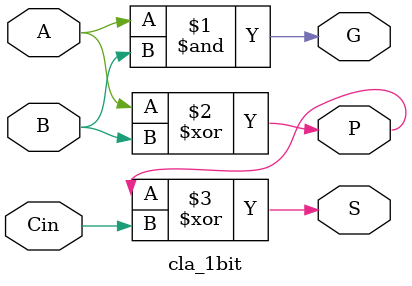
<source format=v>
module cla_1bit(A, B, Cin, S, G, P);

input A, B, Cin;
output S, G, P;

assign G = A & B;
assign P = A ^ B;
assign S = P ^ Cin;

endmodule

</source>
